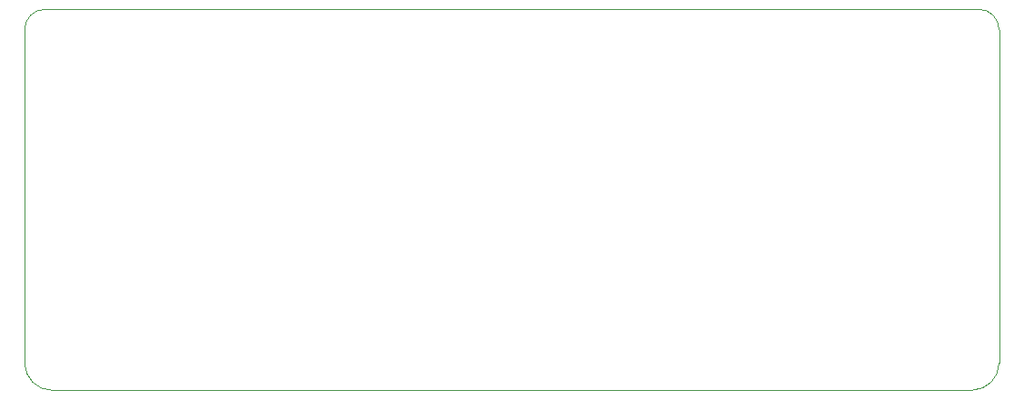
<source format=gm1>
G04 #@! TF.GenerationSoftware,KiCad,Pcbnew,(5.1.9)-1*
G04 #@! TF.CreationDate,2021-06-24T09:40:01+02:00*
G04 #@! TF.ProjectId,ercf-easy-brd,65726366-2d65-4617-9379-2d6272642e6b,v1.1*
G04 #@! TF.SameCoordinates,Original*
G04 #@! TF.FileFunction,Profile,NP*
%FSLAX46Y46*%
G04 Gerber Fmt 4.6, Leading zero omitted, Abs format (unit mm)*
G04 Created by KiCad (PCBNEW (5.1.9)-1) date 2021-06-24 09:40:01*
%MOMM*%
%LPD*%
G01*
G04 APERTURE LIST*
G04 #@! TA.AperFunction,Profile*
%ADD10C,0.050000*%
G04 #@! TD*
G04 APERTURE END LIST*
D10*
X76835000Y-109855000D02*
X76835000Y-140970000D01*
X165735000Y-107950000D02*
X78740000Y-107950000D01*
X167640000Y-140970000D02*
X167640000Y-109855000D01*
X79375000Y-143510000D02*
X165100000Y-143510000D01*
X79375000Y-143510000D02*
G75*
G02*
X76835000Y-140970000I0J2540000D01*
G01*
X167640000Y-140970000D02*
G75*
G02*
X165100000Y-143510000I-2540000J0D01*
G01*
X165735000Y-107950000D02*
G75*
G02*
X167640000Y-109855000I0J-1905000D01*
G01*
X76835000Y-109855000D02*
G75*
G02*
X78740000Y-107950000I1905000J0D01*
G01*
M02*

</source>
